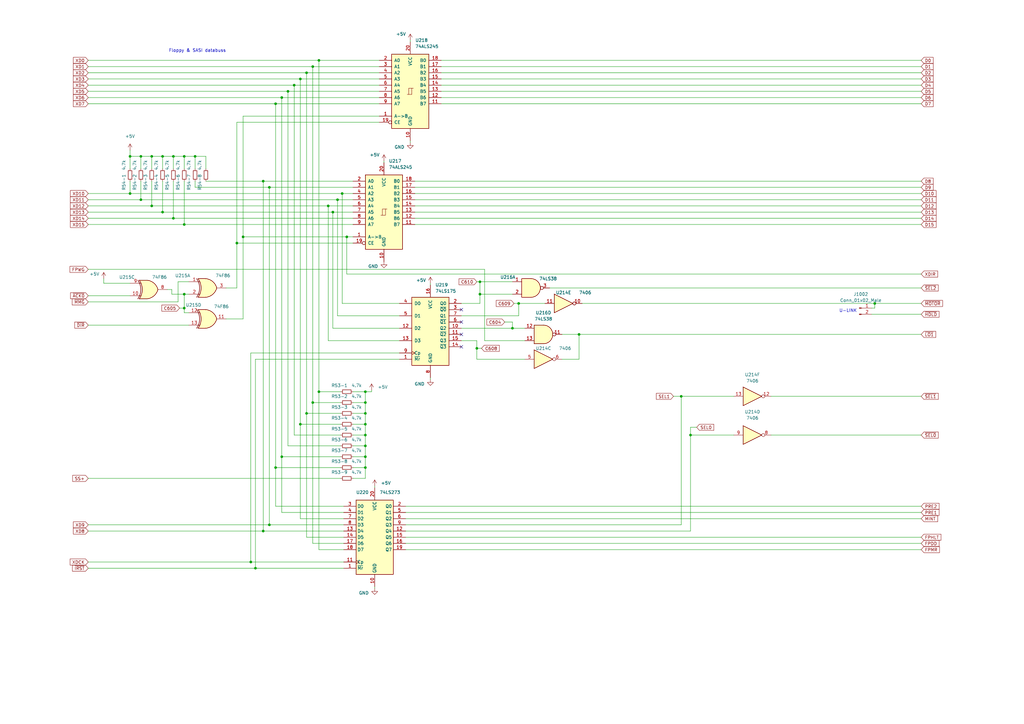
<source format=kicad_sch>
(kicad_sch (version 20211123) (generator eeschema)
  (paper "A3")
  (title_block (date "2022-09-22"))
  (lib_symbols
    (symbol "74xx:74LS06" (pin_names (offset 1.016))
      (property "Reference" "U" (at 0 1.27 0))
      (property "Value" "74LS06" (at 0 -1.27 0))
      (symbol "74LS06_1_0"
        (polyline (pts (xy -3.81 3.81) (xy -3.81 -3.81) (xy 3.81 0) (xy -3.81 3.81)) (stroke (width 0.254)) (fill (type background)))
        (pin input line (at -7.62 0 0) (length 3.81) (name "~") (number "1"))
        (pin open_collector inverted (at 7.62 0 180) (length 3.81) (name "~") (number "2"))
      )
      (symbol "74LS06_2_0"
        (polyline (pts (xy -3.81 3.81) (xy -3.81 -3.81) (xy 3.81 0) (xy -3.81 3.81)) (stroke (width 0.254)) (fill (type background)))
        (pin input line (at -7.62 0 0) (length 3.81) (name "~") (number "3"))
        (pin open_collector inverted (at 7.62 0 180) (length 3.81) (name "~") (number "4"))
      )
      (symbol "74LS06_3_0"
        (polyline (pts (xy -3.81 3.81) (xy -3.81 -3.81) (xy 3.81 0) (xy -3.81 3.81)) (stroke (width 0.254)) (fill (type background)))
        (pin input line (at -7.62 0 0) (length 3.81) (name "~") (number "5"))
        (pin open_collector inverted (at 7.62 0 180) (length 3.81) (name "~") (number "6"))
      )
      (symbol "74LS06_4_0"
        (polyline (pts (xy -3.81 3.81) (xy -3.81 -3.81) (xy 3.81 0) (xy -3.81 3.81)) (stroke (width 0.254)) (fill (type background)))
        (pin open_collector inverted (at 7.62 0 180) (length 3.81) (name "~") (number "8"))
        (pin input line (at -7.62 0 0) (length 3.81) (name "~") (number "9"))
      )
      (symbol "74LS06_5_0"
        (polyline (pts (xy -3.81 3.81) (xy -3.81 -3.81) (xy 3.81 0) (xy -3.81 3.81)) (stroke (width 0.254)) (fill (type background)))
        (pin open_collector inverted (at 7.62 0 180) (length 3.81) (name "~") (number "10"))
        (pin input line (at -7.62 0 0) (length 3.81) (name "~") (number "11"))
      )
      (symbol "74LS06_6_0"
        (polyline (pts (xy -3.81 3.81) (xy -3.81 -3.81) (xy 3.81 0) (xy -3.81 3.81)) (stroke (width 0.254)) (fill (type background)))
        (pin open_collector inverted (at 7.62 0 180) (length 3.81) (name "~") (number "12"))
        (pin input line (at -7.62 0 0) (length 3.81) (name "~") (number "13"))
      )
      (symbol "74LS06_7_0"
        (pin power_in line (at 0 12.7 270) (length 5.08) (name "VCC") (number "14"))
        (pin power_in line (at 0 -12.7 90) (length 5.08) (name "GND") (number "7"))
      )
      (symbol "74LS06_7_1"
        (rectangle (start -5.08 7.62) (end 5.08 -7.62) (stroke (width 0.254)) (fill (type background)))
      )
    )
    (symbol "74xx:74LS175" (pin_names (offset 1.016))
      (property "Reference" "U" (at -7.62 13.97 0))
      (property "Value" "74LS175" (at -7.62 -16.51 0))
      (symbol "74LS175_1_0"
        (pin input line (at -12.7 -12.7 0) (length 5.08) (name "~{Mr}") (number "1"))
        (pin output line (at 12.7 0 180) (length 5.08) (name "Q2") (number "10"))
        (pin output line (at 12.7 -2.54 180) (length 5.08) (name "~{Q2}") (number "11"))
        (pin input line (at -12.7 0 0) (length 5.08) (name "D2") (number "12"))
        (pin input line (at -12.7 -5.08 0) (length 5.08) (name "D3") (number "13"))
        (pin output line (at 12.7 -7.62 180) (length 5.08) (name "~{Q3}") (number "14"))
        (pin output line (at 12.7 -5.08 180) (length 5.08) (name "Q3") (number "15"))
        (pin power_in line (at 0 17.78 270) (length 5.08) (name "VCC") (number "16"))
        (pin output line (at 12.7 10.16 180) (length 5.08) (name "Q0") (number "2"))
        (pin output line (at 12.7 7.62 180) (length 5.08) (name "~{Q0}") (number "3"))
        (pin input line (at -12.7 10.16 0) (length 5.08) (name "D0") (number "4"))
        (pin input line (at -12.7 5.08 0) (length 5.08) (name "D1") (number "5"))
        (pin output line (at 12.7 2.54 180) (length 5.08) (name "~{Q1}") (number "6"))
        (pin output line (at 12.7 5.08 180) (length 5.08) (name "Q1") (number "7"))
        (pin power_in line (at 0 -20.32 90) (length 5.08) (name "GND") (number "8"))
        (pin input clock (at -12.7 -10.16 0) (length 5.08) (name "Cp") (number "9"))
      )
      (symbol "74LS175_1_1"
        (rectangle (start -7.62 12.7) (end 7.62 -15.24) (stroke (width 0.254)) (fill (type background)))
      )
    )
    (symbol "74xx:74LS245" (pin_names (offset 1.016))
      (property "Reference" "U" (at -7.62 16.51 0))
      (property "Value" "74LS245" (at -7.62 -16.51 0))
      (symbol "74LS245_1_0"
        (polyline (pts (xy -0.635 -1.27) (xy -0.635 1.27) (xy 0.635 1.27)))
        (polyline (pts (xy -1.27 -1.27) (xy 0.635 -1.27) (xy 0.635 1.27) (xy 1.27 1.27)))
        (pin input line (at -12.7 -10.16 0) (length 5.08) (name "A->B") (number "1"))
        (pin power_in line (at 0 -20.32 90) (length 5.08) (name "GND") (number "10"))
        (pin tri_state line (at 12.7 -5.08 180) (length 5.08) (name "B7") (number "11"))
        (pin tri_state line (at 12.7 -2.54 180) (length 5.08) (name "B6") (number "12"))
        (pin tri_state line (at 12.7 0 180) (length 5.08) (name "B5") (number "13"))
        (pin tri_state line (at 12.7 2.54 180) (length 5.08) (name "B4") (number "14"))
        (pin tri_state line (at 12.7 5.08 180) (length 5.08) (name "B3") (number "15"))
        (pin tri_state line (at 12.7 7.62 180) (length 5.08) (name "B2") (number "16"))
        (pin tri_state line (at 12.7 10.16 180) (length 5.08) (name "B1") (number "17"))
        (pin tri_state line (at 12.7 12.7 180) (length 5.08) (name "B0") (number "18"))
        (pin input inverted (at -12.7 -12.7 0) (length 5.08) (name "CE") (number "19"))
        (pin tri_state line (at -12.7 12.7 0) (length 5.08) (name "A0") (number "2"))
        (pin power_in line (at 0 20.32 270) (length 5.08) (name "VCC") (number "20"))
        (pin tri_state line (at -12.7 10.16 0) (length 5.08) (name "A1") (number "3"))
        (pin tri_state line (at -12.7 7.62 0) (length 5.08) (name "A2") (number "4"))
        (pin tri_state line (at -12.7 5.08 0) (length 5.08) (name "A3") (number "5"))
        (pin tri_state line (at -12.7 2.54 0) (length 5.08) (name "A4") (number "6"))
        (pin tri_state line (at -12.7 0 0) (length 5.08) (name "A5") (number "7"))
        (pin tri_state line (at -12.7 -2.54 0) (length 5.08) (name "A6") (number "8"))
        (pin tri_state line (at -12.7 -5.08 0) (length 5.08) (name "A7") (number "9"))
      )
      (symbol "74LS245_1_1"
        (rectangle (start -7.62 15.24) (end 7.62 -15.24) (stroke (width 0.254)) (fill (type background)))
      )
    )
    (symbol "74xx:74LS273"
      (property "Reference" "U" (at -7.62 16.51 0))
      (property "Value" "74LS273" (at -7.62 -16.51 0))
      (symbol "74LS273_1_0"
        (pin input line (at -12.7 -12.7 0) (length 5.08) (name "~{Mr}") (number "1"))
        (pin power_in line (at 0 -20.32 90) (length 5.08) (name "GND") (number "10"))
        (pin input clock (at -12.7 -10.16 0) (length 5.08) (name "Cp") (number "11"))
        (pin output line (at 12.7 2.54 180) (length 5.08) (name "Q4") (number "12"))
        (pin input line (at -12.7 2.54 0) (length 5.08) (name "D4") (number "13"))
        (pin input line (at -12.7 0 0) (length 5.08) (name "D5") (number "14"))
        (pin output line (at 12.7 0 180) (length 5.08) (name "Q5") (number "15"))
        (pin output line (at 12.7 -2.54 180) (length 5.08) (name "Q6") (number "16"))
        (pin input line (at -12.7 -2.54 0) (length 5.08) (name "D6") (number "17"))
        (pin input line (at -12.7 -5.08 0) (length 5.08) (name "D7") (number "18"))
        (pin output line (at 12.7 -5.08 180) (length 5.08) (name "Q7") (number "19"))
        (pin output line (at 12.7 12.7 180) (length 5.08) (name "Q0") (number "2"))
        (pin power_in line (at 0 20.32 270) (length 5.08) (name "VCC") (number "20"))
        (pin input line (at -12.7 12.7 0) (length 5.08) (name "D0") (number "3"))
        (pin input line (at -12.7 10.16 0) (length 5.08) (name "D1") (number "4"))
        (pin output line (at 12.7 10.16 180) (length 5.08) (name "Q1") (number "5"))
        (pin output line (at 12.7 7.62 180) (length 5.08) (name "Q2") (number "6"))
        (pin input line (at -12.7 7.62 0) (length 5.08) (name "D2") (number "7"))
        (pin input line (at -12.7 5.08 0) (length 5.08) (name "D3") (number "8"))
        (pin output line (at 12.7 5.08 180) (length 5.08) (name "Q3") (number "9"))
      )
      (symbol "74LS273_1_1"
        (rectangle (start -7.62 15.24) (end 7.62 -15.24) (stroke (width 0.254)) (fill (type background)))
      )
    )
    (symbol "74xx:74LS38" (pin_names (offset 1.016))
      (property "Reference" "U" (at 0 1.27 0))
      (property "Value" "74LS38" (at 0 -1.27 0))
      (symbol "74LS38_1_1"
        (arc (start 0 -3.81) (mid 3.81 0) (end 0 3.81) (stroke (width 0.254)) (fill (type background)))
        (polyline (pts (xy 0 3.81) (xy -3.81 3.81) (xy -3.81 -3.81) (xy 0 -3.81)) (stroke (width 0.254)) (fill (type background)))
        (pin input line (at -7.62 2.54 0) (length 3.81) (name "~") (number "1"))
        (pin input line (at -7.62 -2.54 0) (length 3.81) (name "~") (number "2"))
        (pin open_collector inverted (at 7.62 0 180) (length 3.81) (name "~") (number "3"))
      )
      (symbol "74LS38_1_2"
        (arc (start -3.81 -3.81) (mid -2.589 0) (end -3.81 3.81) (stroke (width 0.254)))
        (arc (start -0.6096 -3.81) (mid 2.1842 -2.5851) (end 3.81 0) (stroke (width 0.254)) (fill (type background)))
        (polyline (pts (xy -3.81 -3.81) (xy -0.635 -3.81)) (stroke (width 0.254)) (fill (type background)))
        (polyline (pts (xy -3.81 3.81) (xy -0.635 3.81)) (stroke (width 0.254)) (fill (type background)))
        (polyline (pts (xy -0.635 3.81) (xy -3.81 3.81) (xy -3.81 3.81) (xy -3.556 3.4036) (xy -3.0226 2.2606) (xy -2.6924 1.0414) (xy -2.6162 -0.254) (xy -2.7686 -1.4986) (xy -3.175 -2.7178) (xy -3.81 -3.81) (xy -3.81 -3.81) (xy -0.635 -3.81)) (stroke (width -25.4)) (fill (type background)))
        (arc (start 3.81 0) (mid 2.1915 2.5936) (end -0.6096 3.81) (stroke (width 0.254)) (fill (type background)))
        (pin input inverted (at -7.62 2.54 0) (length 4.318) (name "~") (number "1"))
        (pin input inverted (at -7.62 -2.54 0) (length 4.318) (name "~") (number "2"))
        (pin open_collector line (at 7.62 0 180) (length 3.81) (name "~") (number "3"))
      )
      (symbol "74LS38_2_1"
        (arc (start 0 -3.81) (mid 3.81 0) (end 0 3.81) (stroke (width 0.254)) (fill (type background)))
        (polyline (pts (xy 0 3.81) (xy -3.81 3.81) (xy -3.81 -3.81) (xy 0 -3.81)) (stroke (width 0.254)) (fill (type background)))
        (pin input line (at -7.62 2.54 0) (length 3.81) (name "~") (number "4"))
        (pin input line (at -7.62 -2.54 0) (length 3.81) (name "~") (number "5"))
        (pin open_collector inverted (at 7.62 0 180) (length 3.81) (name "~") (number "6"))
      )
      (symbol "74LS38_2_2"
        (arc (start -3.81 -3.81) (mid -2.589 0) (end -3.81 3.81) (stroke (width 0.254)))
        (arc (start -0.6096 -3.81) (mid 2.1842 -2.5851) (end 3.81 0) (stroke (width 0.254)) (fill (type background)))
        (polyline (pts (xy -3.81 -3.81) (xy -0.635 -3.81)) (stroke (width 0.254)) (fill (type background)))
        (polyline (pts (xy -3.81 3.81) (xy -0.635 3.81)) (stroke (width 0.254)) (fill (type background)))
        (polyline (pts (xy -0.635 3.81) (xy -3.81 3.81) (xy -3.81 3.81) (xy -3.556 3.4036) (xy -3.0226 2.2606) (xy -2.6924 1.0414) (xy -2.6162 -0.254) (xy -2.7686 -1.4986) (xy -3.175 -2.7178) (xy -3.81 -3.81) (xy -3.81 -3.81) (xy -0.635 -3.81)) (stroke (width -25.4)) (fill (type background)))
        (arc (start 3.81 0) (mid 2.1915 2.5936) (end -0.6096 3.81) (stroke (width 0.254)) (fill (type background)))
        (pin input inverted (at -7.62 2.54 0) (length 4.318) (name "~") (number "4"))
        (pin input inverted (at -7.62 -2.54 0) (length 4.318) (name "~") (number "5"))
        (pin open_collector line (at 7.62 0 180) (length 3.81) (name "~") (number "6"))
      )
      (symbol "74LS38_3_1"
        (arc (start 0 -3.81) (mid 3.81 0) (end 0 3.81) (stroke (width 0.254)) (fill (type background)))
        (polyline (pts (xy 0 3.81) (xy -3.81 3.81) (xy -3.81 -3.81) (xy 0 -3.81)) (stroke (width 0.254)) (fill (type background)))
        (pin input line (at -7.62 -2.54 0) (length 3.81) (name "~") (number "10"))
        (pin open_collector inverted (at 7.62 0 180) (length 3.81) (name "~") (number "8"))
        (pin input line (at -7.62 2.54 0) (length 3.81) (name "~") (number "9"))
      )
      (symbol "74LS38_3_2"
        (arc (start -3.81 -3.81) (mid -2.589 0) (end -3.81 3.81) (stroke (width 0.254)))
        (arc (start -0.6096 -3.81) (mid 2.1842 -2.5851) (end 3.81 0) (stroke (width 0.254)) (fill (type background)))
        (polyline (pts (xy -3.81 -3.81) (xy -0.635 -3.81)) (stroke (width 0.254)) (fill (type background)))
        (polyline (pts (xy -3.81 3.81) (xy -0.635 3.81)) (stroke (width 0.254)) (fill (type background)))
        (polyline (pts (xy -0.635 3.81) (xy -3.81 3.81) (xy -3.81 3.81) (xy -3.556 3.4036) (xy -3.0226 2.2606) (xy -2.6924 1.0414) (xy -2.6162 -0.254) (xy -2.7686 -1.4986) (xy -3.175 -2.7178) (xy -3.81 -3.81) (xy -3.81 -3.81) (xy -0.635 -3.81)) (stroke (width -25.4)) (fill (type background)))
        (arc (start 3.81 0) (mid 2.1915 2.5936) (end -0.6096 3.81) (stroke (width 0.254)) (fill (type background)))
        (pin input inverted (at -7.62 -2.54 0) (length 4.318) (name "~") (number "10"))
        (pin open_collector line (at 7.62 0 180) (length 3.81) (name "~") (number "8"))
        (pin input inverted (at -7.62 2.54 0) (length 4.318) (name "~") (number "9"))
      )
      (symbol "74LS38_4_1"
        (arc (start 0 -3.81) (mid 3.81 0) (end 0 3.81) (stroke (width 0.254)) (fill (type background)))
        (polyline (pts (xy 0 3.81) (xy -3.81 3.81) (xy -3.81 -3.81) (xy 0 -3.81)) (stroke (width 0.254)) (fill (type background)))
        (pin open_collector inverted (at 7.62 0 180) (length 3.81) (name "~") (number "11"))
        (pin input line (at -7.62 2.54 0) (length 3.81) (name "~") (number "12"))
        (pin input line (at -7.62 -2.54 0) (length 3.81) (name "~") (number "13"))
      )
      (symbol "74LS38_4_2"
        (arc (start -3.81 -3.81) (mid -2.589 0) (end -3.81 3.81) (stroke (width 0.254)))
        (arc (start -0.6096 -3.81) (mid 2.1842 -2.5851) (end 3.81 0) (stroke (width 0.254)) (fill (type background)))
        (polyline (pts (xy -3.81 -3.81) (xy -0.635 -3.81)) (stroke (width 0.254)) (fill (type background)))
        (polyline (pts (xy -3.81 3.81) (xy -0.635 3.81)) (stroke (width 0.254)) (fill (type background)))
        (polyline (pts (xy -0.635 3.81) (xy -3.81 3.81) (xy -3.81 3.81) (xy -3.556 3.4036) (xy -3.0226 2.2606) (xy -2.6924 1.0414) (xy -2.6162 -0.254) (xy -2.7686 -1.4986) (xy -3.175 -2.7178) (xy -3.81 -3.81) (xy -3.81 -3.81) (xy -0.635 -3.81)) (stroke (width -25.4)) (fill (type background)))
        (arc (start 3.81 0) (mid 2.1915 2.5936) (end -0.6096 3.81) (stroke (width 0.254)) (fill (type background)))
        (pin open_collector line (at 7.62 0 180) (length 3.81) (name "~") (number "11"))
        (pin input inverted (at -7.62 2.54 0) (length 4.318) (name "~") (number "12"))
        (pin input inverted (at -7.62 -2.54 0) (length 4.318) (name "~") (number "13"))
      )
      (symbol "74LS38_5_0"
        (pin power_in line (at 0 12.7 270) (length 5.08) (name "VCC") (number "14"))
        (pin power_in line (at 0 -12.7 90) (length 5.08) (name "GND") (number "7"))
      )
      (symbol "74LS38_5_1"
        (rectangle (start -5.08 7.62) (end 5.08 -7.62) (stroke (width 0.254)) (fill (type background)))
      )
    )
    (symbol "74xx:74LS86" (pin_names (offset 1.016))
      (property "Reference" "U" (at 0 1.27 0))
      (property "Value" "74LS86" (at 0 -1.27 0))
      (symbol "74LS86_1_0"
        (arc (start -4.4196 -3.81) (mid -3.2033 0) (end -4.4196 3.81) (stroke (width 0.254)))
        (arc (start -3.81 -3.81) (mid -2.589 0) (end -3.81 3.81) (stroke (width 0.254)))
        (arc (start -0.6096 -3.81) (mid 2.1842 -2.5851) (end 3.81 0) (stroke (width 0.254)) (fill (type background)))
        (polyline (pts (xy -3.81 -3.81) (xy -0.635 -3.81)) (stroke (width 0.254)) (fill (type background)))
        (polyline (pts (xy -3.81 3.81) (xy -0.635 3.81)) (stroke (width 0.254)) (fill (type background)))
        (polyline (pts (xy -0.635 3.81) (xy -3.81 3.81) (xy -3.81 3.81) (xy -3.556 3.4036) (xy -3.0226 2.2606) (xy -2.6924 1.0414) (xy -2.6162 -0.254) (xy -2.7686 -1.4986) (xy -3.175 -2.7178) (xy -3.81 -3.81) (xy -3.81 -3.81) (xy -0.635 -3.81)) (stroke (width -25.4)) (fill (type background)))
        (arc (start 3.81 0) (mid 2.1915 2.5936) (end -0.6096 3.81) (stroke (width 0.254)) (fill (type background)))
        (pin input line (at -7.62 2.54 0) (length 4.445) (name "~") (number "1"))
        (pin input line (at -7.62 -2.54 0) (length 4.445) (name "~") (number "2"))
        (pin output line (at 7.62 0 180) (length 3.81) (name "~") (number "3"))
      )
      (symbol "74LS86_1_1"
        (polyline (pts (xy -3.81 -2.54) (xy -3.175 -2.54)) (stroke (width 0.1524)))
        (polyline (pts (xy -3.81 2.54) (xy -3.175 2.54)) (stroke (width 0.1524)))
      )
      (symbol "74LS86_2_0"
        (arc (start -4.4196 -3.81) (mid -3.2033 0) (end -4.4196 3.81) (stroke (width 0.254)))
        (arc (start -3.81 -3.81) (mid -2.589 0) (end -3.81 3.81) (stroke (width 0.254)))
        (arc (start -0.6096 -3.81) (mid 2.1842 -2.5851) (end 3.81 0) (stroke (width 0.254)) (fill (type background)))
        (polyline (pts (xy -3.81 -3.81) (xy -0.635 -3.81)) (stroke (width 0.254)) (fill (type background)))
        (polyline (pts (xy -3.81 3.81) (xy -0.635 3.81)) (stroke (width 0.254)) (fill (type background)))
        (polyline (pts (xy -0.635 3.81) (xy -3.81 3.81) (xy -3.81 3.81) (xy -3.556 3.4036) (xy -3.0226 2.2606) (xy -2.6924 1.0414) (xy -2.6162 -0.254) (xy -2.7686 -1.4986) (xy -3.175 -2.7178) (xy -3.81 -3.81) (xy -3.81 -3.81) (xy -0.635 -3.81)) (stroke (width -25.4)) (fill (type background)))
        (arc (start 3.81 0) (mid 2.1915 2.5936) (end -0.6096 3.81) (stroke (width 0.254)) (fill (type background)))
        (pin input line (at -7.62 2.54 0) (length 4.445) (name "~") (number "4"))
        (pin input line (at -7.62 -2.54 0) (length 4.445) (name "~") (number "5"))
        (pin output line (at 7.62 0 180) (length 3.81) (name "~") (number "6"))
      )
      (symbol "74LS86_2_1"
        (polyline (pts (xy -3.81 -2.54) (xy -3.175 -2.54)) (stroke (width 0.1524)))
        (polyline (pts (xy -3.81 2.54) (xy -3.175 2.54)) (stroke (width 0.1524)))
      )
      (symbol "74LS86_3_0"
        (arc (start -4.4196 -3.81) (mid -3.2033 0) (end -4.4196 3.81) (stroke (width 0.254)))
        (arc (start -3.81 -3.81) (mid -2.589 0) (end -3.81 3.81) (stroke (width 0.254)))
        (arc (start -0.6096 -3.81) (mid 2.1842 -2.5851) (end 3.81 0) (stroke (width 0.254)) (fill (type background)))
        (polyline (pts (xy -3.81 -3.81) (xy -0.635 -3.81)) (stroke (width 0.254)) (fill (type background)))
        (polyline (pts (xy -3.81 3.81) (xy -0.635 3.81)) (stroke (width 0.254)) (fill (type background)))
        (polyline (pts (xy -0.635 3.81) (xy -3.81 3.81) (xy -3.81 3.81) (xy -3.556 3.4036) (xy -3.0226 2.2606) (xy -2.6924 1.0414) (xy -2.6162 -0.254) (xy -2.7686 -1.4986) (xy -3.175 -2.7178) (xy -3.81 -3.81) (xy -3.81 -3.81) (xy -0.635 -3.81)) (stroke (width -25.4)) (fill (type background)))
        (arc (start 3.81 0) (mid 2.1915 2.5936) (end -0.6096 3.81) (stroke (width 0.254)) (fill (type background)))
        (pin input line (at -7.62 -2.54 0) (length 4.445) (name "~") (number "10"))
        (pin output line (at 7.62 0 180) (length 3.81) (name "~") (number "8"))
        (pin input line (at -7.62 2.54 0) (length 4.445) (name "~") (number "9"))
      )
      (symbol "74LS86_3_1"
        (polyline (pts (xy -3.81 -2.54) (xy -3.175 -2.54)) (stroke (width 0.1524)))
        (polyline (pts (xy -3.81 2.54) (xy -3.175 2.54)) (stroke (width 0.1524)))
      )
      (symbol "74LS86_4_0"
        (arc (start -4.4196 -3.81) (mid -3.2033 0) (end -4.4196 3.81) (stroke (width 0.254)))
        (arc (start -3.81 -3.81) (mid -2.589 0) (end -3.81 3.81) (stroke (width 0.254)))
        (arc (start -0.6096 -3.81) (mid 2.1842 -2.5851) (end 3.81 0) (stroke (width 0.254)) (fill (type background)))
        (polyline (pts (xy -3.81 -3.81) (xy -0.635 -3.81)) (stroke (width 0.254)) (fill (type background)))
        (polyline (pts (xy -3.81 3.81) (xy -0.635 3.81)) (stroke (width 0.254)) (fill (type background)))
        (polyline (pts (xy -0.635 3.81) (xy -3.81 3.81) (xy -3.81 3.81) (xy -3.556 3.4036) (xy -3.0226 2.2606) (xy -2.6924 1.0414) (xy -2.6162 -0.254) (xy -2.7686 -1.4986) (xy -3.175 -2.7178) (xy -3.81 -3.81) (xy -3.81 -3.81) (xy -0.635 -3.81)) (stroke (width -25.4)) (fill (type background)))
        (arc (start 3.81 0) (mid 2.1915 2.5936) (end -0.6096 3.81) (stroke (width 0.254)) (fill (type background)))
        (pin output line (at 7.62 0 180) (length 3.81) (name "~") (number "11"))
        (pin input line (at -7.62 2.54 0) (length 4.445) (name "~") (number "12"))
        (pin input line (at -7.62 -2.54 0) (length 4.445) (name "~") (number "13"))
      )
      (symbol "74LS86_4_1"
        (polyline (pts (xy -3.81 -2.54) (xy -3.175 -2.54)) (stroke (width 0.1524)))
        (polyline (pts (xy -3.81 2.54) (xy -3.175 2.54)) (stroke (width 0.1524)))
      )
      (symbol "74LS86_5_0"
        (pin power_in line (at 0 12.7 270) (length 5.08) (name "VCC") (number "14"))
        (pin power_in line (at 0 -12.7 90) (length 5.08) (name "GND") (number "7"))
      )
      (symbol "74LS86_5_1"
        (rectangle (start -5.08 7.62) (end 5.08 -7.62) (stroke (width 0.254)) (fill (type background)))
      )
    )
    (symbol "Connector:Conn_01x02_Male" (pin_names (offset 1.016) hide)
      (property "Reference" "J" (at 0 2.54 0))
      (property "Value" "Conn_01x02_Male" (at 0 -5.08 0))
      (symbol "Conn_01x02_Male_1_1"
        (polyline (pts (xy 1.27 -2.54) (xy 0.8636 -2.54)) (stroke (width 0.1524)))
        (polyline (pts (xy 1.27 0) (xy 0.8636 0)) (stroke (width 0.1524)))
        (rectangle (start 0.8636 -2.413) (end 0 -2.667) (stroke (width 0.1524)) (fill (type outline)))
        (rectangle (start 0.8636 0.127) (end 0 -0.127) (stroke (width 0.1524)) (fill (type outline)))
        (pin passive line (at 5.08 0 180) (length 3.81) (name "Pin_1") (number "1"))
        (pin passive line (at 5.08 -2.54 180) (length 3.81) (name "Pin_2") (number "2"))
      )
    )
    (symbol "Device:R_Small" (pin_numbers hide) (pin_names (offset 0.254) hide)
      (property "Reference" "R" (at 0.762 0.508 0))
      (property "Value" "R_Small" (at 0.762 -1.016 0))
      (symbol "R_Small_0_1"
        (rectangle (start -0.762 1.778) (end 0.762 -1.778) (stroke (width 0.2032)))
      )
      (symbol "R_Small_1_1"
        (pin passive line (at 0 2.54 270) (length 0.762) (name "~") (number "1"))
        (pin passive line (at 0 -2.54 90) (length 0.762) (name "~") (number "2"))
      )
    )
    (symbol "power:+5V" (power) (pin_names (offset 0))
      (property "Value" "+5V" (at 0 3.556 0))
      (symbol "+5V_0_1"
        (polyline (pts (xy -0.762 1.27) (xy 0 2.54)))
        (polyline (pts (xy 0 0) (xy 0 2.54)))
        (polyline (pts (xy 0 2.54) (xy 0.762 1.27)))
      )
      (symbol "+5V_1_1"
        (pin power_in line (at 0 0 90) (length 0) hide (name "+5V") (number "1"))
      )
    )
    (symbol "power:GND" (power) (pin_names (offset 0))
      (property "Value" "GND" (at 0 -3.81 0))
      (symbol "GND_0_1"
        (polyline (pts (xy 0 0) (xy 0 -1.27) (xy 1.27 -1.27) (xy 0 -2.54) (xy -1.27 -1.27) (xy 0 -1.27)))
      )
      (symbol "GND_1_1"
        (pin power_in line (at 0 0 270) (length 0) hide (name "GND") (number "1"))
      )
    )
  )
  (junction (at 125.73 29.845))
  (junction (at 142.24 97.155))
  (junction (at 102.87 230.505))
  (junction (at 210.185 134.62))
  (junction (at 149.86 173.99))
  (junction (at 128.27 165.1))
  (junction (at 66.675 64.135))
  (junction (at 97.155 99.695))
  (junction (at 136.525 86.995))
  (junction (at 237.49 137.16))
  (junction (at 149.86 178.435))
  (junction (at 123.19 173.99))
  (junction (at 110.49 215.265))
  (junction (at 279.4 162.56))
  (junction (at 75.565 64.135))
  (junction (at 149.86 165.1))
  (junction (at 358.775 124.46))
  (junction (at 130.81 160.655))
  (junction (at 75.565 92.075))
  (junction (at 53.34 79.375))
  (junction (at 57.785 64.135))
  (junction (at 113.03 42.545))
  (junction (at 134.62 84.455))
  (junction (at 104.775 233.045))
  (junction (at 71.12 64.135))
  (junction (at 53.34 64.135))
  (junction (at 149.86 191.77))
  (junction (at 149.86 187.325))
  (junction (at 107.95 217.805))
  (junction (at 123.19 32.385))
  (junction (at 283.21 178.435))
  (junction (at 149.86 182.88))
  (junction (at 130.81 24.765))
  (junction (at 196.85 120.65))
  (junction (at 125.73 169.545))
  (junction (at 99.695 97.155))
  (junction (at 115.57 187.325))
  (junction (at 118.11 37.465))
  (junction (at 212.725 124.46))
  (junction (at 110.49 76.835))
  (junction (at 62.23 64.135))
  (junction (at 140.335 79.375))
  (junction (at 80.01 64.135))
  (junction (at 196.85 115.57))
  (junction (at 66.675 86.995))
  (junction (at 149.86 169.545))
  (junction (at 128.27 27.305))
  (junction (at 195.58 142.875))
  (junction (at 107.95 74.295))
  (junction (at 57.785 81.915))
  (junction (at 75.565 120.65))
  (junction (at 75.565 126.365))
  (junction (at 62.23 84.455))
  (junction (at 113.03 191.77))
  (junction (at 71.12 89.535))
  (junction (at 138.43 81.915))
  (junction (at 115.57 40.005))
  (junction (at 120.65 34.925))
  (junction (at 149.86 160.655))
  (no_connect (at 189.23 142.24))
  (no_connect (at 189.23 132.08))
  (no_connect (at 189.23 137.16))
  (no_connect (at 189.23 127))
  (wire (pts (xy 149.86 182.88) (xy 149.86 187.325)))
  (wire (pts (xy 140.97 207.645) (xy 113.03 207.645)))
  (wire (pts (xy 97.155 99.695) (xy 97.155 50.165)))
  (wire (pts (xy 115.57 210.185) (xy 140.97 210.185)))
  (wire (pts (xy 198.755 110.49) (xy 198.755 139.7)))
  (wire (pts (xy 149.86 196.215) (xy 144.78 196.215)))
  (wire (pts (xy 163.83 124.46) (xy 140.335 124.46)))
  (wire (pts (xy 70.485 120.65) (xy 75.565 120.65)))
  (wire (pts (xy 166.37 222.885) (xy 377.825 222.885)))
  (wire (pts (xy 71.12 64.135) (xy 75.565 64.135)))
  (wire (pts (xy 152.4 160.655) (xy 149.86 160.655)))
  (wire (pts (xy 144.78 160.655) (xy 149.86 160.655)))
  (wire (pts (xy 36.195 42.545) (xy 113.03 42.545)))
  (wire (pts (xy 97.155 50.165) (xy 155.575 50.165)))
  (wire (pts (xy 237.49 137.16) (xy 377.825 137.16)))
  (wire (pts (xy 180.975 29.845) (xy 377.825 29.845)))
  (wire (pts (xy 140.97 220.345) (xy 125.73 220.345)))
  (wire (pts (xy 36.195 32.385) (xy 123.19 32.385)))
  (wire (pts (xy 36.195 230.505) (xy 102.87 230.505)))
  (wire (pts (xy 71.12 89.535) (xy 144.78 89.535)))
  (wire (pts (xy 57.785 74.295) (xy 57.785 81.915)))
  (wire (pts (xy 115.57 40.005) (xy 155.575 40.005)))
  (wire (pts (xy 36.195 110.49) (xy 198.755 110.49)))
  (wire (pts (xy 62.23 64.135) (xy 66.675 64.135)))
  (wire (pts (xy 110.49 76.835) (xy 110.49 215.265)))
  (wire (pts (xy 149.86 191.77) (xy 144.78 191.77)))
  (wire (pts (xy 53.34 79.375) (xy 140.335 79.375)))
  (wire (pts (xy 53.34 69.215) (xy 53.34 64.135)))
  (wire (pts (xy 316.23 178.435) (xy 377.825 178.435)))
  (wire (pts (xy 136.525 86.995) (xy 144.78 86.995)))
  (wire (pts (xy 285.75 175.26) (xy 283.21 175.26)))
  (wire (pts (xy 75.565 128.27) (xy 77.47 128.27)))
  (wire (pts (xy 195.58 142.875) (xy 197.485 142.875)))
  (wire (pts (xy 149.86 165.1) (xy 144.78 165.1)))
  (wire (pts (xy 36.195 92.075) (xy 75.565 92.075)))
  (wire (pts (xy 102.87 230.505) (xy 140.97 230.505)))
  (wire (pts (xy 113.03 42.545) (xy 113.03 191.77)))
  (wire (pts (xy 195.58 142.875) (xy 195.58 147.32)))
  (wire (pts (xy 36.195 79.375) (xy 53.34 79.375)))
  (wire (pts (xy 113.03 207.645) (xy 113.03 191.77)))
  (wire (pts (xy 107.95 217.805) (xy 140.97 217.805)))
  (wire (pts (xy 62.23 84.455) (xy 134.62 84.455)))
  (wire (pts (xy 36.195 133.35) (xy 77.47 133.35)))
  (wire (pts (xy 189.23 139.7) (xy 195.58 139.7)))
  (wire (pts (xy 102.87 230.505) (xy 102.87 144.78)))
  (wire (pts (xy 210.185 134.62) (xy 215.265 134.62)))
  (wire (pts (xy 279.4 162.56) (xy 300.99 162.56)))
  (wire (pts (xy 130.81 160.655) (xy 130.81 225.425)))
  (wire (pts (xy 153.67 199.39) (xy 153.67 200.025)))
  (wire (pts (xy 36.195 215.265) (xy 110.49 215.265)))
  (wire (pts (xy 66.675 64.135) (xy 66.675 69.215)))
  (wire (pts (xy 125.73 220.345) (xy 125.73 169.545)))
  (wire (pts (xy 166.37 217.805) (xy 283.21 217.805)))
  (wire (pts (xy 128.27 27.305) (xy 155.575 27.305)))
  (wire (pts (xy 36.195 81.915) (xy 57.785 81.915)))
  (wire (pts (xy 36.195 123.825) (xy 73.025 123.825)))
  (wire (pts (xy 149.86 191.77) (xy 149.86 196.215)))
  (wire (pts (xy 97.155 118.11) (xy 97.155 99.695)))
  (wire (pts (xy 118.11 37.465) (xy 118.11 182.88)))
  (wire (pts (xy 180.975 24.765) (xy 377.825 24.765)))
  (wire (pts (xy 152.4 160.02) (xy 152.4 160.655)))
  (wire (pts (xy 110.49 76.835) (xy 144.78 76.835)))
  (wire (pts (xy 128.27 222.885) (xy 140.97 222.885)))
  (wire (pts (xy 180.975 42.545) (xy 377.825 42.545)))
  (wire (pts (xy 130.81 24.765) (xy 130.81 160.655)))
  (wire (pts (xy 53.34 64.135) (xy 57.785 64.135)))
  (wire (pts (xy 36.195 27.305) (xy 128.27 27.305)))
  (wire (pts (xy 62.23 64.135) (xy 62.23 69.215)))
  (wire (pts (xy 149.86 178.435) (xy 149.86 182.88)))
  (wire (pts (xy 71.12 74.295) (xy 71.12 89.535)))
  (wire (pts (xy 166.37 207.645) (xy 377.825 207.645)))
  (wire (pts (xy 170.18 89.535) (xy 377.825 89.535)))
  (wire (pts (xy 196.85 120.65) (xy 196.85 115.57)))
  (wire (pts (xy 134.62 84.455) (xy 144.78 84.455)))
  (wire (pts (xy 163.83 129.54) (xy 138.43 129.54)))
  (wire (pts (xy 196.85 124.46) (xy 196.85 120.65)))
  (wire (pts (xy 357.505 126.365) (xy 358.775 126.365)))
  (wire (pts (xy 57.785 81.915) (xy 138.43 81.915)))
  (wire (pts (xy 170.18 86.995) (xy 377.825 86.995)))
  (wire (pts (xy 75.565 92.075) (xy 144.78 92.075)))
  (wire (pts (xy 163.83 139.7) (xy 134.62 139.7)))
  (wire (pts (xy 166.37 210.185) (xy 377.825 210.185)))
  (wire (pts (xy 120.65 34.925) (xy 155.575 34.925)))
  (wire (pts (xy 230.505 137.16) (xy 237.49 137.16)))
  (wire (pts (xy 198.755 139.7) (xy 215.265 139.7)))
  (wire (pts (xy 71.12 64.135) (xy 71.12 69.215)))
  (wire (pts (xy 120.65 178.435) (xy 120.65 34.925)))
  (wire (pts (xy 123.19 173.99) (xy 139.7 173.99)))
  (wire (pts (xy 140.335 79.375) (xy 144.78 79.375)))
  (wire (pts (xy 163.83 134.62) (xy 136.525 134.62)))
  (wire (pts (xy 279.4 215.265) (xy 279.4 162.56)))
  (wire (pts (xy 36.195 29.845) (xy 125.73 29.845)))
  (wire (pts (xy 66.675 74.295) (xy 66.675 86.995)))
  (wire (pts (xy 84.455 64.135) (xy 84.455 69.215)))
  (wire (pts (xy 77.47 115.57) (xy 73.025 115.57)))
  (wire (pts (xy 75.565 74.295) (xy 75.565 92.075)))
  (wire (pts (xy 149.86 165.1) (xy 149.86 169.545)))
  (wire (pts (xy 73.66 126.365) (xy 75.565 126.365)))
  (wire (pts (xy 176.53 116.205) (xy 176.53 116.84)))
  (wire (pts (xy 195.58 147.32) (xy 215.265 147.32)))
  (wire (pts (xy 142.24 112.395) (xy 377.825 112.395)))
  (wire (pts (xy 123.19 32.385) (xy 123.19 173.99)))
  (wire (pts (xy 53.34 74.295) (xy 53.34 79.375)))
  (wire (pts (xy 170.18 76.835) (xy 377.825 76.835)))
  (wire (pts (xy 57.785 64.135) (xy 57.785 69.215)))
  (wire (pts (xy 189.23 134.62) (xy 210.185 134.62)))
  (wire (pts (xy 139.7 178.435) (xy 120.65 178.435)))
  (wire (pts (xy 107.95 74.295) (xy 144.78 74.295)))
  (wire (pts (xy 168.275 57.785) (xy 168.275 58.42)))
  (wire (pts (xy 316.23 162.56) (xy 377.825 162.56)))
  (wire (pts (xy 104.775 147.32) (xy 104.775 233.045)))
  (wire (pts (xy 115.57 187.325) (xy 115.57 210.185)))
  (wire (pts (xy 84.455 74.295) (xy 107.95 74.295)))
  (wire (pts (xy 123.19 32.385) (xy 155.575 32.385)))
  (wire (pts (xy 189.23 129.54) (xy 212.725 129.54)))
  (wire (pts (xy 142.24 97.155) (xy 144.78 97.155)))
  (wire (pts (xy 68.58 118.745) (xy 70.485 118.745)))
  (wire (pts (xy 36.195 196.215) (xy 139.7 196.215)))
  (wire (pts (xy 138.43 129.54) (xy 138.43 81.915)))
  (wire (pts (xy 176.53 154.94) (xy 176.53 155.575)))
  (wire (pts (xy 113.03 191.77) (xy 139.7 191.77)))
  (wire (pts (xy 75.565 120.65) (xy 75.565 126.365)))
  (wire (pts (xy 210.185 132.08) (xy 210.185 134.62)))
  (wire (pts (xy 149.86 160.655) (xy 149.86 165.1)))
  (wire (pts (xy 123.19 212.725) (xy 123.19 173.99)))
  (wire (pts (xy 230.505 147.32) (xy 237.49 147.32)))
  (wire (pts (xy 36.195 34.925) (xy 120.65 34.925)))
  (wire (pts (xy 62.23 74.295) (xy 62.23 84.455)))
  (wire (pts (xy 139.7 160.655) (xy 130.81 160.655)))
  (wire (pts (xy 149.86 173.99) (xy 149.86 178.435)))
  (wire (pts (xy 125.73 29.845) (xy 155.575 29.845)))
  (wire (pts (xy 195.58 139.7) (xy 195.58 142.875)))
  (wire (pts (xy 110.49 215.265) (xy 140.97 215.265)))
  (wire (pts (xy 358.775 124.46) (xy 377.825 124.46)))
  (wire (pts (xy 75.565 64.135) (xy 75.565 69.215)))
  (wire (pts (xy 157.48 66.04) (xy 157.48 66.675)))
  (wire (pts (xy 75.565 120.65) (xy 77.47 120.65)))
  (wire (pts (xy 180.975 27.305) (xy 377.825 27.305)))
  (wire (pts (xy 36.195 217.805) (xy 107.95 217.805)))
  (wire (pts (xy 237.49 147.32) (xy 237.49 137.16)))
  (wire (pts (xy 358.775 126.365) (xy 358.775 124.46)))
  (wire (pts (xy 166.37 215.265) (xy 279.4 215.265)))
  (wire (pts (xy 170.18 84.455) (xy 377.825 84.455)))
  (wire (pts (xy 136.525 134.62) (xy 136.525 86.995)))
  (wire (pts (xy 128.27 165.1) (xy 139.7 165.1)))
  (wire (pts (xy 149.86 187.325) (xy 144.78 187.325)))
  (wire (pts (xy 189.23 124.46) (xy 196.85 124.46)))
  (wire (pts (xy 42.545 116.205) (xy 53.34 116.205)))
  (wire (pts (xy 70.485 118.745) (xy 70.485 120.65)))
  (wire (pts (xy 210.82 124.46) (xy 212.725 124.46)))
  (wire (pts (xy 149.86 173.99) (xy 144.78 173.99)))
  (wire (pts (xy 138.43 81.915) (xy 144.78 81.915)))
  (wire (pts (xy 283.21 217.805) (xy 283.21 178.435)))
  (wire (pts (xy 163.83 147.32) (xy 104.775 147.32)))
  (wire (pts (xy 196.85 115.57) (xy 210.185 115.57)))
  (wire (pts (xy 196.85 120.65) (xy 210.185 120.65)))
  (wire (pts (xy 139.7 187.325) (xy 115.57 187.325)))
  (wire (pts (xy 75.565 64.135) (xy 80.01 64.135)))
  (wire (pts (xy 134.62 139.7) (xy 134.62 84.455)))
  (wire (pts (xy 118.11 182.88) (xy 139.7 182.88)))
  (wire (pts (xy 36.195 40.005) (xy 115.57 40.005)))
  (wire (pts (xy 107.95 74.295) (xy 107.95 217.805)))
  (wire (pts (xy 80.01 74.295) (xy 80.01 76.835)))
  (wire (pts (xy 170.18 79.375) (xy 377.825 79.375)))
  (wire (pts (xy 73.025 115.57) (xy 73.025 123.825)))
  (wire (pts (xy 99.695 97.155) (xy 142.24 97.155)))
  (wire (pts (xy 283.21 175.26) (xy 283.21 178.435)))
  (wire (pts (xy 75.565 126.365) (xy 75.565 128.27)))
  (wire (pts (xy 180.975 37.465) (xy 377.825 37.465)))
  (wire (pts (xy 99.695 97.155) (xy 99.695 47.625)))
  (wire (pts (xy 36.195 24.765) (xy 130.81 24.765)))
  (wire (pts (xy 125.73 169.545) (xy 139.7 169.545)))
  (wire (pts (xy 149.86 169.545) (xy 144.78 169.545)))
  (wire (pts (xy 166.37 225.425) (xy 377.825 225.425)))
  (wire (pts (xy 170.18 74.295) (xy 377.825 74.295)))
  (wire (pts (xy 104.775 233.045) (xy 140.97 233.045)))
  (wire (pts (xy 276.225 162.56) (xy 279.4 162.56)))
  (wire (pts (xy 42.545 114.3) (xy 42.545 116.205)))
  (wire (pts (xy 113.03 42.545) (xy 155.575 42.545)))
  (wire (pts (xy 92.71 118.11) (xy 97.155 118.11)))
  (wire (pts (xy 36.195 233.045) (xy 104.775 233.045)))
  (wire (pts (xy 170.18 81.915) (xy 377.825 81.915)))
  (wire (pts (xy 36.195 121.285) (xy 53.34 121.285)))
  (wire (pts (xy 166.37 212.725) (xy 377.825 212.725)))
  (wire (pts (xy 357.505 128.905) (xy 377.825 128.905)))
  (wire (pts (xy 207.01 132.08) (xy 210.185 132.08)))
  (wire (pts (xy 153.67 240.665) (xy 153.67 241.3)))
  (wire (pts (xy 180.975 32.385) (xy 377.825 32.385)))
  (wire (pts (xy 140.97 212.725) (xy 123.19 212.725)))
  (wire (pts (xy 149.86 169.545) (xy 149.86 173.99)))
  (wire (pts (xy 118.11 37.465) (xy 155.575 37.465)))
  (wire (pts (xy 238.76 124.46) (xy 358.775 124.46)))
  (wire (pts (xy 130.81 225.425) (xy 140.97 225.425)))
  (wire (pts (xy 66.675 64.135) (xy 71.12 64.135)))
  (wire (pts (xy 36.195 86.995) (xy 66.675 86.995)))
  (wire (pts (xy 80.01 76.835) (xy 110.49 76.835)))
  (wire (pts (xy 225.425 118.11) (xy 377.825 118.11)))
  (wire (pts (xy 212.725 129.54) (xy 212.725 124.46)))
  (wire (pts (xy 149.86 182.88) (xy 144.78 182.88)))
  (wire (pts (xy 142.24 97.155) (xy 142.24 112.395)))
  (wire (pts (xy 128.27 165.1) (xy 128.27 222.885)))
  (wire (pts (xy 168.275 16.51) (xy 168.275 17.145)))
  (wire (pts (xy 80.01 64.135) (xy 84.455 64.135)))
  (wire (pts (xy 57.785 64.135) (xy 62.23 64.135)))
  (wire (pts (xy 212.725 124.46) (xy 223.52 124.46)))
  (wire (pts (xy 36.195 89.535) (xy 71.12 89.535)))
  (wire (pts (xy 97.155 99.695) (xy 144.78 99.695)))
  (wire (pts (xy 130.81 24.765) (xy 155.575 24.765)))
  (wire (pts (xy 115.57 40.005) (xy 115.57 187.325)))
  (wire (pts (xy 140.335 124.46) (xy 140.335 79.375)))
  (wire (pts (xy 180.975 34.925) (xy 377.825 34.925)))
  (wire (pts (xy 128.27 27.305) (xy 128.27 165.1)))
  (wire (pts (xy 99.695 47.625) (xy 155.575 47.625)))
  (wire (pts (xy 102.87 144.78) (xy 163.83 144.78)))
  (wire (pts (xy 99.695 130.81) (xy 99.695 97.155)))
  (wire (pts (xy 125.73 29.845) (xy 125.73 169.545)))
  (wire (pts (xy 149.86 178.435) (xy 144.78 178.435)))
  (wire (pts (xy 195.58 115.57) (xy 196.85 115.57)))
  (wire (pts (xy 53.34 61.595) (xy 53.34 64.135)))
  (wire (pts (xy 36.195 84.455) (xy 62.23 84.455)))
  (wire (pts (xy 170.18 92.075) (xy 377.825 92.075)))
  (wire (pts (xy 92.71 130.81) (xy 99.695 130.81)))
  (wire (pts (xy 66.675 86.995) (xy 136.525 86.995)))
  (wire (pts (xy 36.195 37.465) (xy 118.11 37.465)))
  (wire (pts (xy 180.975 40.005) (xy 377.825 40.005)))
  (wire (pts (xy 166.37 220.345) (xy 377.825 220.345)))
  (wire (pts (xy 80.01 64.135) (xy 80.01 69.215)))
  (wire (pts (xy 283.21 178.435) (xy 300.99 178.435)))
  (wire (pts (xy 149.86 187.325) (xy 149.86 191.77)))
  (text "Floppy & SASI databuss\n" (at 69.215 21.59 0) (effects (font (size 1.27 1.27)) (justify left bottom)))
  (text "U-LINK\n" (at 344.17 128.27 0) (effects (font (size 1.27 1.27)) (justify left bottom)))
  (global_label "~{HDLD}" (shape input) (at 377.825 128.905 0) (property "Intersheet References" "${INTERSHEET_REFS}" (effects hide)))
  (global_label "D0" (shape input) (at 377.825 24.765 0) (property "Intersheet References" "${INTERSHEET_REFS}" (effects hide)))
  (global_label "XD8" (shape input) (at 36.195 217.805 180) (property "Intersheet References" "${INTERSHEET_REFS}" (effects hide)))
  (global_label "C604" (shape input) (at 207.01 132.08 180) (property "Intersheet References" "${INTERSHEET_REFS}" (effects hide)))
  (global_label "PRE1" (shape input) (at 377.825 210.185 0) (property "Intersheet References" "${INTERSHEET_REFS}" (effects hide)))
  (global_label "FPMR" (shape input) (at 377.825 225.425 0) (property "Intersheet References" "${INTERSHEET_REFS}" (effects hide)))
  (global_label "C605" (shape input) (at 73.66 126.365 180) (property "Intersheet References" "${INTERSHEET_REFS}" (effects hide)))
  (global_label "~{MOTOR}" (shape input) (at 377.825 124.46 0) (property "Intersheet References" "${INTERSHEET_REFS}" (effects hide)))
  (global_label "C608" (shape input) (at 197.485 142.875 0) (property "Intersheet References" "${INTERSHEET_REFS}" (effects hide)))
  (global_label "~{MMG}" (shape input) (at 36.195 123.825 180) (property "Intersheet References" "${INTERSHEET_REFS}" (effects hide)))
  (global_label "D5" (shape input) (at 377.825 37.465 0) (property "Intersheet References" "${INTERSHEET_REFS}" (effects hide)))
  (global_label "XD6" (shape input) (at 36.195 40.005 180) (property "Intersheet References" "${INTERSHEET_REFS}" (effects hide)))
  (global_label "XD4" (shape input) (at 36.195 34.925 180) (property "Intersheet References" "${INTERSHEET_REFS}" (effects hide)))
  (global_label "XD12" (shape input) (at 36.195 84.455 180) (property "Intersheet References" "${INTERSHEET_REFS}" (effects hide)))
  (global_label "D4" (shape input) (at 377.825 34.925 0) (property "Intersheet References" "${INTERSHEET_REFS}" (effects hide)))
  (global_label "~{IRST}" (shape input) (at 36.195 233.045 180) (property "Intersheet References" "${INTERSHEET_REFS}" (effects hide)))
  (global_label "SEL1" (shape input) (at 276.225 162.56 180) (property "Intersheet References" "${INTERSHEET_REFS}" (effects hide)))
  (global_label "D7" (shape input) (at 377.825 42.545 0) (property "Intersheet References" "${INTERSHEET_REFS}" (effects hide)))
  (global_label "D8" (shape input) (at 377.825 74.295 0) (property "Intersheet References" "${INTERSHEET_REFS}" (effects hide)))
  (global_label "D9" (shape input) (at 377.825 76.835 0) (property "Intersheet References" "${INTERSHEET_REFS}" (effects hide)))
  (global_label "~{LO1}" (shape input) (at 377.825 137.16 0) (property "Intersheet References" "${INTERSHEET_REFS}" (effects hide)))
  (global_label "C610" (shape input) (at 195.58 115.57 180) (property "Intersheet References" "${INTERSHEET_REFS}" (effects hide)))
  (global_label "XD0" (shape input) (at 36.195 24.765 180) (property "Intersheet References" "${INTERSHEET_REFS}" (effects hide)))
  (global_label "XD15" (shape input) (at 36.195 92.075 180) (property "Intersheet References" "${INTERSHEET_REFS}" (effects hide)))
  (global_label "D6" (shape input) (at 377.825 40.005 0) (property "Intersheet References" "${INTERSHEET_REFS}" (effects hide)))
  (global_label "XD3" (shape input) (at 36.195 32.385 180) (property "Intersheet References" "${INTERSHEET_REFS}" (effects hide)))
  (global_label "XD2" (shape input) (at 36.195 29.845 180) (property "Intersheet References" "${INTERSHEET_REFS}" (effects hide)))
  (global_label "FPDD" (shape input) (at 377.825 222.885 0) (property "Intersheet References" "${INTERSHEET_REFS}" (effects hide)))
  (global_label "SEL0" (shape input) (at 285.75 175.26 0) (property "Intersheet References" "${INTERSHEET_REFS}" (effects hide)))
  (global_label "FPHLT" (shape input) (at 377.825 220.345 0) (property "Intersheet References" "${INTERSHEET_REFS}" (effects hide)))
  (global_label "XD1" (shape input) (at 36.195 27.305 180) (property "Intersheet References" "${INTERSHEET_REFS}" (effects hide)))
  (global_label "XD7" (shape input) (at 36.195 42.545 180) (property "Intersheet References" "${INTERSHEET_REFS}" (effects hide)))
  (global_label "FPWG" (shape input) (at 36.195 110.49 180) (property "Intersheet References" "${INTERSHEET_REFS}" (effects hide)))
  (global_label "D10" (shape input) (at 377.825 79.375 0) (property "Intersheet References" "${INTERSHEET_REFS}" (effects hide)))
  (global_label "XD10" (shape input) (at 36.195 79.375 180) (property "Intersheet References" "${INTERSHEET_REFS}" (effects hide)))
  (global_label "D3" (shape input) (at 377.825 32.385 0) (property "Intersheet References" "${INTERSHEET_REFS}" (effects hide)))
  (global_label "D11" (shape input) (at 377.825 81.915 0) (property "Intersheet References" "${INTERSHEET_REFS}" (effects hide)))
  (global_label "D12" (shape input) (at 377.825 84.455 0) (property "Intersheet References" "${INTERSHEET_REFS}" (effects hide)))
  (global_label "XD5" (shape input) (at 36.195 37.465 180) (property "Intersheet References" "${INTERSHEET_REFS}" (effects hide)))
  (global_label "D14" (shape input) (at 377.825 89.535 0) (property "Intersheet References" "${INTERSHEET_REFS}" (effects hide)))
  (global_label "~{ACK0}" (shape input) (at 36.195 121.285 180) (property "Intersheet References" "${INTERSHEET_REFS}" (effects hide)))
  (global_label "XD13" (shape input) (at 36.195 86.995 180) (property "Intersheet References" "${INTERSHEET_REFS}" (effects hide)))
  (global_label "XD9" (shape input) (at 36.195 215.265 180) (property "Intersheet References" "${INTERSHEET_REFS}" (effects hide)))
  (global_label "~{DIR}" (shape input) (at 36.195 133.35 180) (property "Intersheet References" "${INTERSHEET_REFS}" (effects hide)))
  (global_label "SS+" (shape input) (at 36.195 196.215 180) (property "Intersheet References" "${INTERSHEET_REFS}" (effects hide)))
  (global_label "C609" (shape input) (at 210.82 124.46 180) (property "Intersheet References" "${INTERSHEET_REFS}" (effects hide)))
  (global_label "~{SEL2}" (shape input) (at 377.825 118.11 0) (property "Intersheet References" "${INTERSHEET_REFS}" (effects hide)))
  (global_label "~{SEL0}" (shape input) (at 377.825 178.435 0) (property "Intersheet References" "${INTERSHEET_REFS}" (effects hide)))
  (global_label "~{SEL1}" (shape input) (at 377.825 162.56 0) (property "Intersheet References" "${INTERSHEET_REFS}" (effects hide)))
  (global_label "XDCK" (shape input) (at 36.195 230.505 180) (property "Intersheet References" "${INTERSHEET_REFS}" (effects hide)))
  (global_label "XD11" (shape input) (at 36.195 81.915 180) (property "Intersheet References" "${INTERSHEET_REFS}" (effects hide)))
  (global_label "XD14" (shape input) (at 36.195 89.535 180) (property "Intersheet References" "${INTERSHEET_REFS}" (effects hide)))
  (global_label "D13" (shape input) (at 377.825 86.995 0) (property "Intersheet References" "${INTERSHEET_REFS}" (effects hide)))
  (global_label "D2" (shape input) (at 377.825 29.845 0) (property "Intersheet References" "${INTERSHEET_REFS}" (effects hide)))
  (global_label "XDIR" (shape input) (at 377.825 112.395 0) (property "Intersheet References" "${INTERSHEET_REFS}" (effects hide)))
  (global_label "PRE2" (shape input) (at 377.825 207.645 0) (property "Intersheet References" "${INTERSHEET_REFS}" (effects hide)))
  (global_label "MINT" (shape input) (at 377.825 212.725 0) (property "Intersheet References" "${INTERSHEET_REFS}" (effects hide)))
  (global_label "D15" (shape input) (at 377.825 92.075 0) (property "Intersheet References" "${INTERSHEET_REFS}" (effects hide)))
  (global_label "D1" (shape input) (at 377.825 27.305 0) (property "Intersheet References" "${INTERSHEET_REFS}" (effects hide)))
  (symbol (lib_id "74xx:74LS273") (at 153.67 220.345 0) (unit 1)
    (property "Reference" "U220" (at 146.05 201.93 0) (effects (justify left)))
    (property "Value" "74LS273" (at 155.6894 201.93 0) (effects (justify left)))
    (property "Footprint" "Package_DIP:DIP-20_W7.62mm" (effects hide))
    (property "Datasheet" "http://www.ti.com/lit/gpn/sn74LS273" (effects hide))
  )
  (symbol (lib_id "Device:R_Small") (at 84.455 71.755 0) (unit 1)
    (property "Reference" "R54-8" (at 81.915 78.105 90) (effects (justify left)))
    (property "Value" "4.7k" (at 81.915 69.85 90) (effects (justify left)))
    (property "Footprint" "Resistor_SMD:R_0402_1005Metric" (effects hide))
  )
  (symbol (lib_id "Device:R_Small") (at 53.34 71.755 0) (unit 1)
    (property "Reference" "R54-1" (at 50.8 78.105 90) (effects (justify left)))
    (property "Value" "4.7k" (at 50.8 69.85 90) (effects (justify left)))
    (property "Footprint" "Resistor_SMD:R_0402_1005Metric" (effects hide))
  )
  (symbol (lib_id "power:GND") (at 168.275 58.42 0) (unit 1)
    (property "Reference" "#PWR0511" (effects hide))
    (property "Value" "GND" (at 163.83 60.325 0))
  )
  (symbol (lib_id "74xx:74LS175") (at 176.53 134.62 0) (unit 1)
    (property "Reference" "U219" (at 178.5494 116.84 0) (effects (justify left)))
    (property "Value" "74LS175" (at 178.5494 119.38 0) (effects (justify left)))
    (property "Footprint" "Package_DIP:DIP-16_W7.62mm" (effects hide))
    (property "Datasheet" "http://www.ti.com/lit/gpn/sn74LS175" (effects hide))
  )
  (symbol (lib_id "power:GND") (at 153.67 241.3 0) (unit 1)
    (property "Reference" "#PWR0517" (effects hide))
    (property "Value" "GND" (at 149.225 243.205 0))
  )
  (symbol (lib_id "power:GND") (at 176.53 155.575 0) (unit 1)
    (property "Reference" "#PWR0514" (effects hide))
    (property "Value" "GND" (at 172.085 157.48 0))
  )
  (symbol (lib_id "Device:R_Small") (at 142.24 178.435 270) (unit 1)
    (property "Reference" "R53-5" (at 135.89 175.895 90) (effects (justify left)))
    (property "Value" "4.7k" (at 144.145 175.895 90) (effects (justify left)))
    (property "Footprint" "Resistor_SMD:R_0402_1005Metric" (effects hide))
  )
  (symbol (lib_id "74xx:74LS06") (at 308.61 162.56 0) (unit 6)
    (property "Reference" "U214" (at 308.61 153.67 0))
    (property "Value" "7406" (at 308.61 156.21 0))
    (property "Footprint" "Package_DIP:DIP-14_W7.62mm" (effects hide))
    (property "Datasheet" "http://www.ti.com/lit/gpn/sn74LS06" (effects hide))
  )
  (symbol (lib_id "Device:R_Small") (at 62.23 71.755 0) (unit 1)
    (property "Reference" "R54-3" (at 59.69 78.105 90) (effects (justify left)))
    (property "Value" "4.7k" (at 59.69 69.85 90) (effects (justify left)))
    (property "Footprint" "Resistor_SMD:R_0402_1005Metric" (effects hide))
  )
  (symbol (lib_id "Connector:Conn_01x02_Male") (at 352.425 126.365 0) (unit 1)
    (property "Reference" "J1002" (at 353.06 120.65 0))
    (property "Value" "Conn_01x02_Male" (at 353.06 123.19 0))
  )
  (symbol (lib_id "Device:R_Small") (at 75.565 71.755 0) (unit 1)
    (property "Reference" "R54-6" (at 73.025 78.105 90) (effects (justify left)))
    (property "Value" "4.7k" (at 73.025 69.85 90) (effects (justify left)))
    (property "Footprint" "Resistor_SMD:R_0402_1005Metric" (effects hide))
  )
  (symbol (lib_id "power:+5V") (at 53.34 61.595 0) (unit 1)
    (property "Reference" "#PWR0518" (effects hide))
    (property "Value" "+5V" (at 53.34 55.88 0))
  )
  (symbol (lib_id "Device:R_Small") (at 142.24 160.655 270) (unit 1)
    (property "Reference" "R53-1" (at 135.89 158.115 90) (effects (justify left)))
    (property "Value" "4.7k" (at 144.145 158.115 90) (effects (justify left)))
    (property "Footprint" "Resistor_SMD:R_0402_1005Metric" (effects hide))
  )
  (symbol (lib_id "power:+5V") (at 42.545 114.3 0) (unit 1)
    (property "Reference" "#PWR0519" (effects hide))
    (property "Value" "+5V" (at 38.735 112.395 0))
  )
  (symbol (lib_id "power:+5V") (at 157.48 66.04 0) (unit 1)
    (property "Reference" "#PWR0509" (effects hide))
    (property "Value" "+5V" (at 153.67 63.5 0))
  )
  (symbol (lib_id "Device:R_Small") (at 142.24 191.77 270) (unit 1)
    (property "Reference" "R53-8" (at 135.89 189.23 90) (effects (justify left)))
    (property "Value" "4.7k" (at 144.145 189.23 90) (effects (justify left)))
    (property "Footprint" "Resistor_SMD:R_0402_1005Metric" (effects hide))
  )
  (symbol (lib_id "Device:R_Small") (at 142.24 196.215 270) (unit 1)
    (property "Reference" "R53-9" (at 135.89 193.675 90) (effects (justify left)))
    (property "Value" "4.7k" (at 144.145 193.675 90) (effects (justify left)))
    (property "Footprint" "Resistor_SMD:R_0402_1005Metric" (effects hide))
  )
  (symbol (lib_id "Device:R_Small") (at 142.24 165.1 270) (unit 1)
    (property "Reference" "R53-2" (at 135.89 162.56 90) (effects (justify left)))
    (property "Value" "4.7k" (at 144.145 162.56 90) (effects (justify left)))
    (property "Footprint" "Resistor_SMD:R_0402_1005Metric" (effects hide))
  )
  (symbol (lib_id "74xx:74LS38") (at 222.885 137.16 0) (unit 4)
    (property "Reference" "U216" (at 222.885 128.27 0))
    (property "Value" "74LS38" (at 222.885 130.81 0))
    (property "Footprint" "Package_DIP:DIP-14_W7.62mm" (effects hide))
    (property "Datasheet" "http://www.ti.com/lit/gpn/sn74LS38" (effects hide))
  )
  (symbol (lib_id "74xx:74LS245") (at 157.48 86.995 0) (unit 1)
    (property "Reference" "U217" (at 159.4994 66.04 0) (effects (justify left)))
    (property "Value" "74ALS245" (at 159.4994 68.58 0) (effects (justify left)))
    (property "Footprint" "Package_DIP:DIP-20_W7.62mm" (effects hide))
    (property "Datasheet" "http://www.ti.com/lit/gpn/sn74LS245" (effects hide))
  )
  (symbol (lib_id "74xx:74LS38") (at 217.805 118.11 0) (unit 1)
    (property "Reference" "U216" (at 208.28 113.665 0))
    (property "Value" "74LS38" (at 224.79 114.3 0))
    (property "Footprint" "Package_DIP:DIP-14_W7.62mm" (effects hide))
    (property "Datasheet" "http://www.ti.com/lit/gpn/sn74LS38" (effects hide))
  )
  (symbol (lib_id "74xx:74LS06") (at 222.885 147.32 0) (unit 3)
    (property "Reference" "U214" (at 222.885 142.875 0))
    (property "Value" "7406" (at 231.775 142.875 0))
    (property "Footprint" "Package_DIP:DIP-14_W7.62mm" (effects hide))
    (property "Datasheet" "http://www.ti.com/lit/gpn/sn74LS06" (effects hide))
  )
  (symbol (lib_id "Device:R_Small") (at 142.24 182.88 270) (unit 1)
    (property "Reference" "R53-6" (at 135.89 180.34 90) (effects (justify left)))
    (property "Value" "4.7k" (at 144.145 180.34 90) (effects (justify left)))
    (property "Footprint" "Resistor_SMD:R_0402_1005Metric" (effects hide))
  )
  (symbol (lib_id "power:+5V") (at 168.275 16.51 0) (unit 1)
    (property "Reference" "#PWR0510" (effects hide))
    (property "Value" "+5V" (at 164.465 13.97 0))
  )
  (symbol (lib_id "Device:R_Small") (at 80.01 71.755 0) (unit 1)
    (property "Reference" "R54-7" (at 77.47 78.105 90) (effects (justify left)))
    (property "Value" "4.7k" (at 77.47 69.85 90) (effects (justify left)))
    (property "Footprint" "Resistor_SMD:R_0402_1005Metric" (effects hide))
  )
  (symbol (lib_id "74xx:74LS245") (at 168.275 37.465 0) (unit 1)
    (property "Reference" "U218" (at 170.2944 16.51 0) (effects (justify left)))
    (property "Value" "74ALS245" (at 170.2944 19.05 0) (effects (justify left)))
    (property "Footprint" "Package_DIP:DIP-20_W7.62mm" (effects hide))
    (property "Datasheet" "http://www.ti.com/lit/gpn/sn74LS245" (effects hide))
  )
  (symbol (lib_id "power:+5V") (at 176.53 116.205 0) (unit 1)
    (property "Reference" "#PWR0513" (effects hide))
    (property "Value" "+5V" (at 172.72 114.935 0))
  )
  (symbol (lib_id "power:GND") (at 157.48 107.315 0) (unit 1)
    (property "Reference" "#PWR0512" (effects hide))
    (property "Value" "GND" (at 153.035 109.22 0))
  )
  (symbol (lib_id "74xx:74LS06") (at 308.61 178.435 0) (unit 4)
    (property "Reference" "U214" (at 308.61 168.91 0))
    (property "Value" "7406" (at 308.61 171.45 0))
    (property "Footprint" "Package_DIP:DIP-14_W7.62mm" (effects hide))
    (property "Datasheet" "http://www.ti.com/lit/gpn/sn74LS06" (effects hide))
  )
  (symbol (lib_id "74xx:74LS86") (at 85.09 118.11 0) (unit 1)
    (property "Reference" "U215" (at 74.93 113.03 0))
    (property "Value" "74F86" (at 91.44 113.03 0))
    (property "Footprint" "Package_DIP:DIP-14_W7.62mm" (effects hide))
    (property "Datasheet" "74xx/74ls86.pdf" (effects hide))
  )
  (symbol (lib_id "Device:R_Small") (at 142.24 173.99 270) (unit 1)
    (property "Reference" "R53-4" (at 135.89 171.45 90) (effects (justify left)))
    (property "Value" "4.7k" (at 144.145 171.45 90) (effects (justify left)))
    (property "Footprint" "Resistor_SMD:R_0402_1005Metric" (effects hide))
  )
  (symbol (lib_id "74xx:74LS86") (at 85.09 130.81 0) (unit 4)
    (property "Reference" "U215" (at 79.375 125.095 0))
    (property "Value" "74F86" (at 90.805 125.73 0))
    (property "Footprint" "Package_DIP:DIP-14_W7.62mm" (effects hide))
    (property "Datasheet" "74xx/74ls86.pdf" (effects hide))
  )
  (symbol (lib_id "Device:R_Small") (at 66.675 71.755 0) (unit 1)
    (property "Reference" "R54-4" (at 64.135 78.105 90) (effects (justify left)))
    (property "Value" "4.7k" (at 64.135 69.85 90) (effects (justify left)))
    (property "Footprint" "Resistor_SMD:R_0402_1005Metric" (effects hide))
  )
  (symbol (lib_id "power:+5V") (at 152.4 160.02 0) (unit 1)
    (property "Reference" "#PWR0515" (effects hide))
    (property "Value" "+5V" (at 154.94 158.7499 0) (effects (justify left)))
  )
  (symbol (lib_id "Device:R_Small") (at 142.24 187.325 270) (unit 1)
    (property "Reference" "R53-7" (at 135.89 184.785 90) (effects (justify left)))
    (property "Value" "4.7k" (at 144.145 184.785 90) (effects (justify left)))
    (property "Footprint" "Resistor_SMD:R_0402_1005Metric" (effects hide))
  )
  (symbol (lib_id "74xx:74LS86") (at 60.96 118.745 0) (unit 3)
    (property "Reference" "U215" (at 52.07 113.665 0))
    (property "Value" "74F86" (at 65.405 113.665 0))
    (property "Footprint" "Package_DIP:DIP-14_W7.62mm" (effects hide))
    (property "Datasheet" "74xx/74ls86.pdf" (effects hide))
  )
  (symbol (lib_id "Device:R_Small") (at 57.785 71.755 0) (unit 1)
    (property "Reference" "R54-2" (at 55.245 78.105 90) (effects (justify left)))
    (property "Value" "4.7k" (at 55.245 69.85 90) (effects (justify left)))
    (property "Footprint" "Resistor_SMD:R_0402_1005Metric" (effects hide))
  )
  (symbol (lib_id "Device:R_Small") (at 71.12 71.755 0) (unit 1)
    (property "Reference" "R54-5" (at 68.58 78.105 90) (effects (justify left)))
    (property "Value" "4.7k" (at 68.58 69.85 90) (effects (justify left)))
    (property "Footprint" "Resistor_SMD:R_0402_1005Metric" (effects hide))
  )
  (symbol (lib_id "power:+5V") (at 153.67 199.39 0) (unit 1)
    (property "Reference" "#PWR0516" (effects hide))
    (property "Value" "+5V" (at 156.21 198.1199 0) (effects (justify left)))
  )
  (symbol (lib_id "Device:R_Small") (at 142.24 169.545 270) (unit 1)
    (property "Reference" "R53-3" (at 135.89 167.005 90) (effects (justify left)))
    (property "Value" "4.7k" (at 144.145 167.005 90) (effects (justify left)))
    (property "Footprint" "Resistor_SMD:R_0402_1005Metric" (effects hide))
  )
  (symbol (lib_id "74xx:74LS06") (at 231.14 124.46 0) (unit 5)
    (property "Reference" "U214" (at 231.14 120.015 0))
    (property "Value" "7406" (at 240.03 120.015 0))
    (property "Footprint" "Package_DIP:DIP-14_W7.62mm" (effects hide))
    (property "Datasheet" "http://www.ti.com/lit/gpn/sn74LS06" (effects hide))
  )
)
</source>
